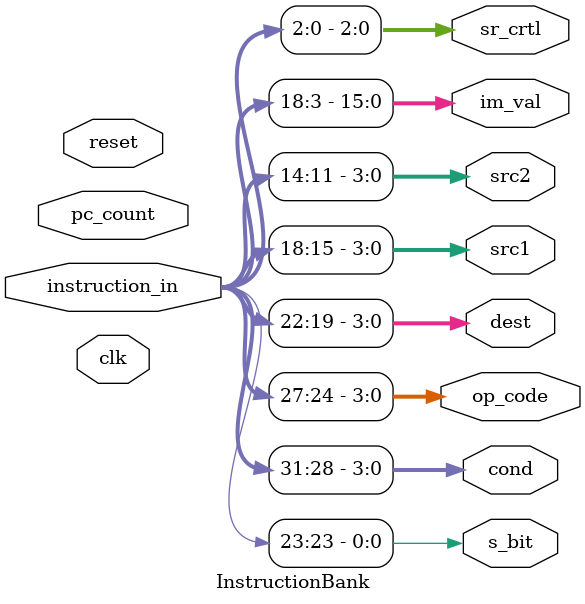
<source format=v>
module InstructionBank(clk, reset, pc_count, instruction_in, 
	im_val,
	dest, 
	s_bit,
	op_code,
	cond,
	src1,
	src2,
    sr_crtl
    );

	input clk, reset;
	input [7:0] pc_count; // the program counter count (pointer position)
	input [31:0] instruction_in;
    output reg s_bit; 
    output reg [3:0] cond, op_code, dest, src1, src2;	//condition bits, op code, destination bits
    output reg [15:0] im_val;				//immediate value
    output reg [2:0] sr_crtl; 				//shift and rotate control bits
	
	
	always @ (instruction_in) begin
		$display("Program counter: %d || Instruction Fetched... %b", pc_count, instruction_in);

		// feed data returned from memory out
        cond = instruction_in[31:28];
        op_code = instruction_in[27:24];
        s_bit = instruction_in[23];
        dest = instruction_in[22:19];
        src1 = instruction_in[18:15];
        src2 = instruction_in[14:11];
        im_val = instruction_in[18:3];
        sr_crtl = instruction_in[2:0];
	end

endmodule
</source>
